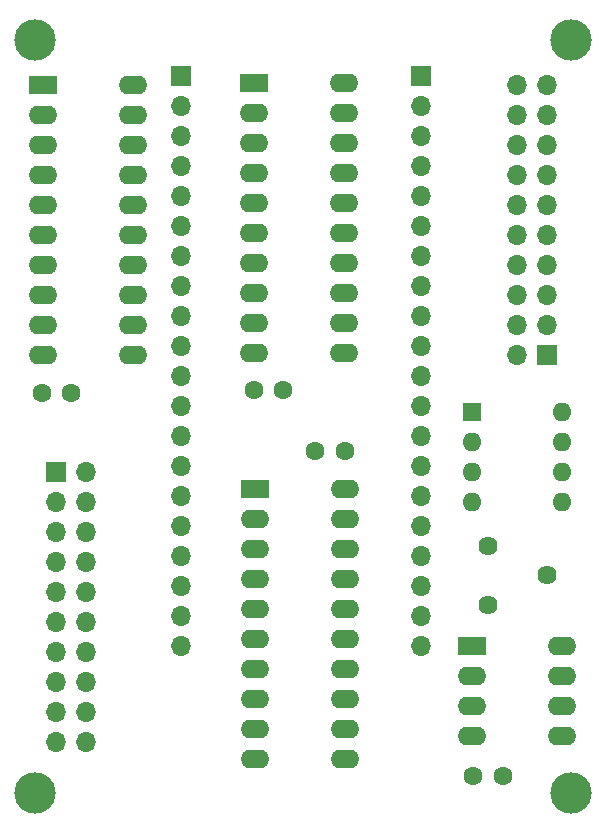
<source format=gbr>
%TF.GenerationSoftware,KiCad,Pcbnew,7.0.1*%
%TF.CreationDate,2023-07-01T13:19:20-07:00*%
%TF.ProjectId,tn_vdp_v3_board,746e5f76-6470-45f7-9633-5f626f617264,rev?*%
%TF.SameCoordinates,Original*%
%TF.FileFunction,Soldermask,Top*%
%TF.FilePolarity,Negative*%
%FSLAX46Y46*%
G04 Gerber Fmt 4.6, Leading zero omitted, Abs format (unit mm)*
G04 Created by KiCad (PCBNEW 7.0.1) date 2023-07-01 13:19:20*
%MOMM*%
%LPD*%
G01*
G04 APERTURE LIST*
%ADD10R,2.400000X1.600000*%
%ADD11O,2.400000X1.600000*%
%ADD12R,1.700000X1.700000*%
%ADD13O,1.700000X1.700000*%
%ADD14C,1.600000*%
%ADD15C,3.500000*%
%ADD16C,1.620000*%
%ADD17R,1.600000X1.600000*%
%ADD18O,1.600000X1.600000*%
G04 APERTURE END LIST*
D10*
%TO.C,U3*%
X138337000Y-50800000D03*
D11*
X138337000Y-53340000D03*
X138337000Y-55880000D03*
X138337000Y-58420000D03*
X138337000Y-60960000D03*
X138337000Y-63500000D03*
X138337000Y-66040000D03*
X138337000Y-68580000D03*
X138337000Y-71120000D03*
X138337000Y-73660000D03*
X145957000Y-73660000D03*
X145957000Y-71120000D03*
X145957000Y-68580000D03*
X145957000Y-66040000D03*
X145957000Y-63500000D03*
X145957000Y-60960000D03*
X145957000Y-58420000D03*
X145957000Y-55880000D03*
X145957000Y-53340000D03*
X145957000Y-50800000D03*
%TD*%
D12*
%TO.C,J2*%
X181000000Y-73660000D03*
D13*
X178460000Y-73660000D03*
X181000000Y-71120000D03*
X178460000Y-71120000D03*
X181000000Y-68580000D03*
X178460000Y-68580000D03*
X181000000Y-66040000D03*
X178460000Y-66040000D03*
X181000000Y-63500000D03*
X178460000Y-63500000D03*
X181000000Y-60960000D03*
X178460000Y-60960000D03*
X181000000Y-58420000D03*
X178460000Y-58420000D03*
X181000000Y-55880000D03*
X178460000Y-55880000D03*
X181000000Y-53340000D03*
X178460000Y-53340000D03*
X181000000Y-50800000D03*
X178460000Y-50800000D03*
%TD*%
D12*
%TO.C,J3*%
X150000000Y-50000000D03*
D13*
X150000000Y-52540000D03*
X150000000Y-55080000D03*
X150000000Y-57620000D03*
X150000000Y-60160000D03*
X150000000Y-62700000D03*
X150000000Y-65240000D03*
X150000000Y-67780000D03*
X150000000Y-70320000D03*
X150000000Y-72860000D03*
X150000000Y-75400000D03*
X150000000Y-77940000D03*
X150000000Y-80480000D03*
X150000000Y-83020000D03*
X150000000Y-85560000D03*
X150000000Y-88100000D03*
X150000000Y-90640000D03*
X150000000Y-93180000D03*
X150000000Y-95720000D03*
X150000000Y-98260000D03*
%TD*%
D14*
%TO.C,C2*%
X158663000Y-76578000D03*
X156163000Y-76578000D03*
%TD*%
D15*
%TO.C,H1*%
X137668000Y-46990000D03*
%TD*%
D14*
%TO.C,C4*%
X177250000Y-109250000D03*
X174750000Y-109250000D03*
%TD*%
D12*
%TO.C,J6*%
X170320000Y-50000000D03*
D13*
X170320000Y-52540000D03*
X170320000Y-55080000D03*
X170320000Y-57620000D03*
X170320000Y-60160000D03*
X170320000Y-62700000D03*
X170320000Y-65240000D03*
X170320000Y-67780000D03*
X170320000Y-70320000D03*
X170320000Y-72860000D03*
X170320000Y-75400000D03*
X170320000Y-77940000D03*
X170320000Y-80480000D03*
X170320000Y-83020000D03*
X170320000Y-85560000D03*
X170320000Y-88100000D03*
X170320000Y-90640000D03*
X170320000Y-93180000D03*
X170320000Y-95720000D03*
X170320000Y-98260000D03*
%TD*%
D14*
%TO.C,C1*%
X140750000Y-76835000D03*
X138250000Y-76835000D03*
%TD*%
D10*
%TO.C,U4*%
X174675000Y-98250000D03*
D11*
X174675000Y-100790000D03*
X174675000Y-103330000D03*
X174675000Y-105870000D03*
X182295000Y-105870000D03*
X182295000Y-103330000D03*
X182295000Y-100790000D03*
X182295000Y-98250000D03*
%TD*%
D14*
%TO.C,C3*%
X163870000Y-81785000D03*
X161370000Y-81785000D03*
%TD*%
D16*
%TO.C,RV1*%
X176000000Y-94750000D03*
X181000000Y-92250000D03*
X176000000Y-89750000D03*
%TD*%
D15*
%TO.C,H3*%
X137668000Y-110744000D03*
%TD*%
%TO.C,H4*%
X183000000Y-110744000D03*
%TD*%
D17*
%TO.C,J4*%
X174675000Y-78450000D03*
D18*
X174675000Y-80990000D03*
X174675000Y-83530000D03*
X174675000Y-86070000D03*
X182295000Y-86070000D03*
X182295000Y-83530000D03*
X182295000Y-80990000D03*
X182295000Y-78450000D03*
%TD*%
D10*
%TO.C,U2*%
X156209200Y-50573400D03*
D11*
X156209200Y-53113400D03*
X156209200Y-55653400D03*
X156209200Y-58193400D03*
X156209200Y-60733400D03*
X156209200Y-63273400D03*
X156209200Y-65813400D03*
X156209200Y-68353400D03*
X156209200Y-70893400D03*
X156209200Y-73433400D03*
X163829200Y-73433400D03*
X163829200Y-70893400D03*
X163829200Y-68353400D03*
X163829200Y-65813400D03*
X163829200Y-63273400D03*
X163829200Y-60733400D03*
X163829200Y-58193400D03*
X163829200Y-55653400D03*
X163829200Y-53113400D03*
X163829200Y-50573400D03*
%TD*%
D15*
%TO.C,H2*%
X183000000Y-46990000D03*
%TD*%
D10*
%TO.C,U1*%
X156250000Y-84960000D03*
D11*
X156250000Y-87500000D03*
X156250000Y-90040000D03*
X156250000Y-92580000D03*
X156250000Y-95120000D03*
X156250000Y-97660000D03*
X156250000Y-100200000D03*
X156250000Y-102740000D03*
X156250000Y-105280000D03*
X156250000Y-107820000D03*
X163870000Y-107820000D03*
X163870000Y-105280000D03*
X163870000Y-102740000D03*
X163870000Y-100200000D03*
X163870000Y-97660000D03*
X163870000Y-95120000D03*
X163870000Y-92580000D03*
X163870000Y-90040000D03*
X163870000Y-87500000D03*
X163870000Y-84960000D03*
%TD*%
D12*
%TO.C,J1*%
X139460000Y-83540000D03*
D13*
X142000000Y-83540000D03*
X139460000Y-86080000D03*
X142000000Y-86080000D03*
X139460000Y-88620000D03*
X142000000Y-88620000D03*
X139460000Y-91160000D03*
X142000000Y-91160000D03*
X139460000Y-93700000D03*
X142000000Y-93700000D03*
X139460000Y-96240000D03*
X142000000Y-96240000D03*
X139460000Y-98780000D03*
X142000000Y-98780000D03*
X139460000Y-101320000D03*
X142000000Y-101320000D03*
X139460000Y-103860000D03*
X142000000Y-103860000D03*
X139460000Y-106400000D03*
X142000000Y-106400000D03*
%TD*%
M02*

</source>
